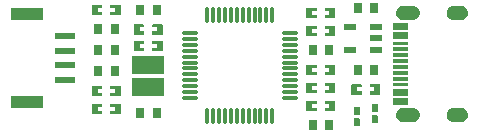
<source format=gtp>
G04 Layer: TopPasteMaskLayer*
G04 EasyEDA Pro v2.0.15, 2023-03-15 12:21:30*
G04 Gerber Generator version 0.3*
G04 Scale: 100 percent, Rotated: No, Reflected: No*
G04 Dimensions in millimeters*
G04 Leading zeros omitted, absolute positions, 3 integers and 3 decimals*
%FSLAX33Y33*%
%MOMM*%
%ADD10R,0.799998X0.899998*%
%ADD11R,0.799998X0.899998*%
%ADD12R,1.699997X0.599999*%
%ADD13R,2.699995X0.999998*%
%ADD14O,1.499997X0.270002*%
%ADD15O,0.270002X1.499997*%
%ADD16R,0.999998X0.599999*%
%ADD17R,2.7047X1.499997*%
%ADD18R,2.699995X1.499997*%
G75*


G04 PolygonModel Start*
G36*
G01X25452Y-22664D02*
G01X24652Y-22664D01*
G01X24602Y-22714D01*
G01Y-22942D01*
G01X24972D01*
G01Y-23272D01*
G01X24602D01*
G01Y-23514D01*
G01X24652Y-23564D01*
G01X25452D01*
G01X25502Y-23514D01*
G01Y-22714D01*
G01X25452Y-22664D01*
G37*
G36*
G01X23902Y-22714D02*
G01X23902Y-22942D01*
G01X23522D01*
G01Y-23272D01*
G01X23902D01*
G01Y-23514D01*
G01X23852Y-23564D01*
G01X23062D01*
G01X23012Y-23514D01*
G01Y-22714D01*
G01X23062Y-22664D01*
G01X23852D01*
G01X23902Y-22714D01*
G37*
G36*
G01X19506Y-21913D02*
G01X20306Y-21913D01*
G01X20356Y-21863D01*
G01Y-21635D01*
G01X19986D01*
G01Y-21305D01*
G01X20356D01*
G01Y-21063D01*
G01X20306Y-21013D01*
G01X19506D01*
G01X19456Y-21063D01*
G01Y-21863D01*
G01X19506Y-21913D01*
G37*
G36*
G01X21056Y-21863D02*
G01X21056Y-21635D01*
G01X21436D01*
G01Y-21305D01*
G01X21056D01*
G01Y-21063D01*
G01X21106Y-21013D01*
G01X21896D01*
G01X21946Y-21063D01*
G01Y-21863D01*
G01X21896Y-21913D01*
G01X21106D01*
G01X21056Y-21863D01*
G37*
G36*
G01X19506Y-28771D02*
G01X20306Y-28771D01*
G01X20356Y-28721D01*
G01Y-28493D01*
G01X19986D01*
G01Y-28163D01*
G01X20356D01*
G01Y-27921D01*
G01X20306Y-27871D01*
G01X19506D01*
G01X19456Y-27921D01*
G01Y-28721D01*
G01X19506Y-28771D01*
G37*
G36*
G01X21056Y-28721D02*
G01X21056Y-28493D01*
G01X21436D01*
G01Y-28163D01*
G01X21056D01*
G01Y-27921D01*
G01X21106Y-27871D01*
G01X21896D01*
G01X21946Y-27921D01*
G01Y-28721D01*
G01X21896Y-28771D01*
G01X21106D01*
G01X21056Y-28721D01*
G37*
G36*
G01X21896Y-29395D02*
G01X21096Y-29395D01*
G01X21046Y-29445D01*
G01Y-29673D01*
G01X21416D01*
G01Y-30003D01*
G01X21046D01*
G01Y-30245D01*
G01X21096Y-30295D01*
G01X21896D01*
G01X21946Y-30245D01*
G01Y-29445D01*
G01X21896Y-29395D01*
G37*
G36*
G01X20346Y-29445D02*
G01X20346Y-29673D01*
G01X19966D01*
G01Y-30003D01*
G01X20346D01*
G01Y-30245D01*
G01X20296Y-30295D01*
G01X19506D01*
G01X19456Y-30245D01*
G01Y-29445D01*
G01X19506Y-29395D01*
G01X20296D01*
G01X20346Y-29445D01*
G37*
G36*
G01X40057Y-22791D02*
G01X39257Y-22791D01*
G01X39207Y-22841D01*
G01Y-23069D01*
G01X39577D01*
G01Y-23399D01*
G01X39207D01*
G01Y-23641D01*
G01X39257Y-23691D01*
G01X40057D01*
G01X40107Y-23641D01*
G01Y-22841D01*
G01X40057Y-22791D01*
G37*
G36*
G01X38507Y-22841D02*
G01X38507Y-23069D01*
G01X38127D01*
G01Y-23399D01*
G01X38507D01*
G01Y-23641D01*
G01X38457Y-23691D01*
G01X37667D01*
G01X37617Y-23641D01*
G01Y-22841D01*
G01X37667Y-22791D01*
G01X38457D01*
G01X38507Y-22841D01*
G37*
G36*
G01X37667Y-30041D02*
G01X38467Y-30041D01*
G01X38517Y-29991D01*
G01Y-29763D01*
G01X38147D01*
G01Y-29433D01*
G01X38517D01*
G01Y-29191D01*
G01X38467Y-29141D01*
G01X37667D01*
G01X37617Y-29191D01*
G01Y-29991D01*
G01X37667Y-30041D01*
G37*
G36*
G01X39217Y-29991D02*
G01X39217Y-29763D01*
G01X39597D01*
G01Y-29433D01*
G01X39217D01*
G01Y-29191D01*
G01X39267Y-29141D01*
G01X40057D01*
G01X40107Y-29191D01*
G01Y-29991D01*
G01X40057Y-30041D01*
G01X39267D01*
G01X39217Y-29991D01*
G37*
G36*
G01X45243Y-30310D02*
G01X45241Y-30340D01*
G01Y-30370D01*
G01X45243Y-30400D01*
G01X45246Y-30430D01*
G01X45250Y-30459D01*
G01X45256Y-30489D01*
G01X45263Y-30518D01*
G01X45272Y-30546D01*
G01X45282Y-30574D01*
G01X45294Y-30602D01*
G01X45307Y-30629D01*
G01X45321Y-30655D01*
G01X45337Y-30681D01*
G01X45354Y-30705D01*
G01X45372Y-30729D01*
G01X45391Y-30752D01*
G01X45411Y-30774D01*
G01X45433Y-30795D01*
G01X45455Y-30815D01*
G01X45479Y-30833D01*
G01X45503Y-30851D01*
G01X45528Y-30867D01*
G01X45554Y-30882D01*
G01X45581Y-30896D01*
G01X45608Y-30908D01*
G01X45636Y-30919D01*
G01X45664Y-30928D01*
G01X45693Y-30936D01*
G01X45722Y-30943D01*
G01X45752Y-30948D01*
G01X45781Y-30952D01*
G01X45811Y-30954D01*
G01X45841Y-30955D01*
G01X46641D01*
G01X46671Y-30954D01*
G01X46701Y-30952D01*
G01X46730Y-30948D01*
G01X46760Y-30943D01*
G01X46789Y-30936D01*
G01X46818Y-30928D01*
G01X46846Y-30919D01*
G01X46874Y-30908D01*
G01X46901Y-30896D01*
G01X46928Y-30882D01*
G01X46954Y-30867D01*
G01X46979Y-30851D01*
G01X47003Y-30833D01*
G01X47027Y-30815D01*
G01X47049Y-30795D01*
G01X47070Y-30774D01*
G01X47091Y-30752D01*
G01X47110Y-30729D01*
G01X47128Y-30705D01*
G01X47145Y-30681D01*
G01X47161Y-30655D01*
G01X47175Y-30629D01*
G01X47188Y-30602D01*
G01X47199Y-30574D01*
G01X47210Y-30546D01*
G01X47219Y-30518D01*
G01X47226Y-30489D01*
G01X47232Y-30459D01*
G01X47236Y-30430D01*
G01X47239Y-30400D01*
G01X47241Y-30370D01*
G01Y-30340D01*
G01X47239Y-30310D01*
G01X47236Y-30280D01*
G01X47232Y-30251D01*
G01X47226Y-30222D01*
G01X47219Y-30193D01*
G01X47210Y-30164D01*
G01X47199Y-30136D01*
G01X47188Y-30108D01*
G01X47175Y-30081D01*
G01X47161Y-30055D01*
G01X47145Y-30030D01*
G01X47128Y-30005D01*
G01X47110Y-29981D01*
G01X47091Y-29958D01*
G01X47070Y-29936D01*
G01X47049Y-29915D01*
G01X47027Y-29895D01*
G01X47003Y-29877D01*
G01X46979Y-29859D01*
G01X46954Y-29843D01*
G01X46928Y-29828D01*
G01X46901Y-29814D01*
G01X46874Y-29802D01*
G01X46846Y-29791D01*
G01X46818Y-29782D01*
G01X46789Y-29774D01*
G01X46760Y-29767D01*
G01X46730Y-29762D01*
G01X46701Y-29758D01*
G01X46671Y-29756D01*
G01X46641Y-29755D01*
G01X45841D01*
G01X45811Y-29756D01*
G01X45781Y-29758D01*
G01X45752Y-29762D01*
G01X45722Y-29767D01*
G01X45693Y-29774D01*
G01X45664Y-29782D01*
G01X45636Y-29791D01*
G01X45608Y-29802D01*
G01X45581Y-29814D01*
G01X45554Y-29828D01*
G01X45528Y-29843D01*
G01X45503Y-29859D01*
G01X45479Y-29877D01*
G01X45455Y-29895D01*
G01X45433Y-29915D01*
G01X45411Y-29936D01*
G01X45391Y-29958D01*
G01X45372Y-29981D01*
G01X45354Y-30005D01*
G01X45337Y-30030D01*
G01X45321Y-30055D01*
G01X45307Y-30081D01*
G01X45294Y-30108D01*
G01X45282Y-30136D01*
G01X45272Y-30164D01*
G01X45263Y-30193D01*
G01X45256Y-30222D01*
G01X45250Y-30251D01*
G01X45246Y-30280D01*
G01X45243Y-30310D01*
G37*
G36*
G01X45243Y-21670D02*
G01X45241Y-21700D01*
G01Y-21730D01*
G01X45243Y-21760D01*
G01X45246Y-21790D01*
G01X45250Y-21819D01*
G01X45256Y-21848D01*
G01X45263Y-21877D01*
G01X45272Y-21906D01*
G01X45282Y-21934D01*
G01X45294Y-21962D01*
G01X45307Y-21989D01*
G01X45321Y-22015D01*
G01X45337Y-22040D01*
G01X45354Y-22065D01*
G01X45372Y-22089D01*
G01X45391Y-22112D01*
G01X45411Y-22134D01*
G01X45433Y-22155D01*
G01X45455Y-22175D01*
G01X45479Y-22193D01*
G01X45503Y-22211D01*
G01X45528Y-22227D01*
G01X45554Y-22242D01*
G01X45581Y-22256D01*
G01X45608Y-22268D01*
G01X45636Y-22279D01*
G01X45664Y-22288D01*
G01X45693Y-22296D01*
G01X45722Y-22303D01*
G01X45752Y-22308D01*
G01X45781Y-22312D01*
G01X45811Y-22314D01*
G01X45841Y-22315D01*
G01X46641D01*
G01X46671Y-22314D01*
G01X46701Y-22312D01*
G01X46730Y-22308D01*
G01X46760Y-22303D01*
G01X46789Y-22296D01*
G01X46818Y-22288D01*
G01X46846Y-22279D01*
G01X46874Y-22268D01*
G01X46901Y-22256D01*
G01X46928Y-22242D01*
G01X46954Y-22227D01*
G01X46979Y-22211D01*
G01X47003Y-22193D01*
G01X47027Y-22175D01*
G01X47049Y-22155D01*
G01X47070Y-22134D01*
G01X47091Y-22112D01*
G01X47110Y-22089D01*
G01X47128Y-22065D01*
G01X47145Y-22040D01*
G01X47161Y-22015D01*
G01X47175Y-21989D01*
G01X47188Y-21962D01*
G01X47199Y-21934D01*
G01X47210Y-21906D01*
G01X47219Y-21877D01*
G01X47226Y-21848D01*
G01X47232Y-21819D01*
G01X47236Y-21790D01*
G01X47239Y-21760D01*
G01X47241Y-21730D01*
G01Y-21700D01*
G01X47239Y-21670D01*
G01X47236Y-21640D01*
G01X47232Y-21611D01*
G01X47226Y-21581D01*
G01X47219Y-21552D01*
G01X47210Y-21524D01*
G01X47199Y-21496D01*
G01X47188Y-21468D01*
G01X47175Y-21441D01*
G01X47161Y-21415D01*
G01X47145Y-21389D01*
G01X47128Y-21365D01*
G01X47110Y-21341D01*
G01X47091Y-21318D01*
G01X47070Y-21296D01*
G01X47049Y-21275D01*
G01X47027Y-21255D01*
G01X47003Y-21237D01*
G01X46979Y-21219D01*
G01X46954Y-21203D01*
G01X46928Y-21188D01*
G01X46901Y-21174D01*
G01X46874Y-21162D01*
G01X46846Y-21151D01*
G01X46818Y-21142D01*
G01X46789Y-21134D01*
G01X46760Y-21127D01*
G01X46730Y-21122D01*
G01X46701Y-21118D01*
G01X46671Y-21116D01*
G01X46641Y-21115D01*
G01X45841D01*
G01X45811Y-21116D01*
G01X45781Y-21118D01*
G01X45752Y-21122D01*
G01X45722Y-21127D01*
G01X45693Y-21134D01*
G01X45664Y-21142D01*
G01X45636Y-21151D01*
G01X45608Y-21162D01*
G01X45581Y-21174D01*
G01X45554Y-21188D01*
G01X45528Y-21203D01*
G01X45503Y-21219D01*
G01X45479Y-21237D01*
G01X45455Y-21255D01*
G01X45433Y-21275D01*
G01X45411Y-21296D01*
G01X45391Y-21318D01*
G01X45372Y-21341D01*
G01X45354Y-21365D01*
G01X45337Y-21389D01*
G01X45321Y-21415D01*
G01X45307Y-21441D01*
G01X45294Y-21468D01*
G01X45282Y-21496D01*
G01X45272Y-21524D01*
G01X45263Y-21552D01*
G01X45256Y-21581D01*
G01X45250Y-21611D01*
G01X45246Y-21640D01*
G01X45243Y-21670D01*
G37*
G36*
G01X49523Y-30310D02*
G01X49521Y-30340D01*
G01Y-30370D01*
G01X49523Y-30400D01*
G01X49526Y-30430D01*
G01X49530Y-30459D01*
G01X49536Y-30489D01*
G01X49543Y-30518D01*
G01X49552Y-30546D01*
G01X49563Y-30574D01*
G01X49574Y-30602D01*
G01X49587Y-30629D01*
G01X49601Y-30655D01*
G01X49617Y-30681D01*
G01X49634Y-30705D01*
G01X49652Y-30729D01*
G01X49671Y-30752D01*
G01X49692Y-30774D01*
G01X49713Y-30795D01*
G01X49735Y-30815D01*
G01X49759Y-30833D01*
G01X49783Y-30851D01*
G01X49808Y-30867D01*
G01X49834Y-30882D01*
G01X49861Y-30896D01*
G01X49888Y-30908D01*
G01X49916Y-30919D01*
G01X49944Y-30928D01*
G01X49973Y-30936D01*
G01X50002Y-30943D01*
G01X50032Y-30948D01*
G01X50061Y-30952D01*
G01X50091Y-30954D01*
G01X50121Y-30955D01*
G01X50721D01*
G01X50751Y-30954D01*
G01X50781Y-30952D01*
G01X50810Y-30948D01*
G01X50840Y-30943D01*
G01X50869Y-30936D01*
G01X50898Y-30928D01*
G01X50926Y-30919D01*
G01X50954Y-30908D01*
G01X50981Y-30896D01*
G01X51008Y-30882D01*
G01X51034Y-30867D01*
G01X51059Y-30851D01*
G01X51083Y-30833D01*
G01X51107Y-30815D01*
G01X51129Y-30795D01*
G01X51151Y-30774D01*
G01X51171Y-30752D01*
G01X51190Y-30729D01*
G01X51208Y-30705D01*
G01X51225Y-30681D01*
G01X51241Y-30655D01*
G01X51255Y-30629D01*
G01X51268Y-30602D01*
G01X51280Y-30574D01*
G01X51290Y-30546D01*
G01X51299Y-30518D01*
G01X51306Y-30489D01*
G01X51312Y-30459D01*
G01X51316Y-30430D01*
G01X51319Y-30400D01*
G01X51321Y-30370D01*
G01Y-30340D01*
G01X51319Y-30310D01*
G01X51316Y-30280D01*
G01X51312Y-30251D01*
G01X51306Y-30222D01*
G01X51299Y-30193D01*
G01X51290Y-30164D01*
G01X51280Y-30136D01*
G01X51268Y-30108D01*
G01X51255Y-30081D01*
G01X51241Y-30055D01*
G01X51225Y-30030D01*
G01X51208Y-30005D01*
G01X51190Y-29981D01*
G01X51171Y-29958D01*
G01X51151Y-29936D01*
G01X51129Y-29915D01*
G01X51107Y-29895D01*
G01X51083Y-29877D01*
G01X51059Y-29859D01*
G01X51034Y-29843D01*
G01X51008Y-29828D01*
G01X50981Y-29814D01*
G01X50954Y-29802D01*
G01X50926Y-29791D01*
G01X50898Y-29782D01*
G01X50869Y-29774D01*
G01X50840Y-29767D01*
G01X50810Y-29762D01*
G01X50781Y-29758D01*
G01X50751Y-29756D01*
G01X50721Y-29755D01*
G01X50121D01*
G01X50091Y-29756D01*
G01X50061Y-29758D01*
G01X50032Y-29762D01*
G01X50002Y-29767D01*
G01X49973Y-29774D01*
G01X49944Y-29782D01*
G01X49916Y-29791D01*
G01X49888Y-29802D01*
G01X49861Y-29814D01*
G01X49834Y-29828D01*
G01X49808Y-29843D01*
G01X49783Y-29859D01*
G01X49759Y-29877D01*
G01X49735Y-29895D01*
G01X49713Y-29915D01*
G01X49692Y-29936D01*
G01X49671Y-29958D01*
G01X49652Y-29981D01*
G01X49634Y-30005D01*
G01X49617Y-30030D01*
G01X49601Y-30055D01*
G01X49587Y-30081D01*
G01X49574Y-30108D01*
G01X49563Y-30136D01*
G01X49552Y-30164D01*
G01X49543Y-30193D01*
G01X49536Y-30222D01*
G01X49530Y-30251D01*
G01X49526Y-30280D01*
G01X49523Y-30310D01*
G37*
G36*
G01X49523Y-21670D02*
G01X49521Y-21700D01*
G01Y-21730D01*
G01X49523Y-21760D01*
G01X49526Y-21790D01*
G01X49530Y-21819D01*
G01X49536Y-21848D01*
G01X49543Y-21877D01*
G01X49552Y-21906D01*
G01X49563Y-21934D01*
G01X49574Y-21962D01*
G01X49587Y-21989D01*
G01X49601Y-22015D01*
G01X49617Y-22040D01*
G01X49634Y-22065D01*
G01X49652Y-22089D01*
G01X49671Y-22112D01*
G01X49692Y-22134D01*
G01X49713Y-22155D01*
G01X49735Y-22175D01*
G01X49759Y-22193D01*
G01X49783Y-22211D01*
G01X49808Y-22227D01*
G01X49834Y-22242D01*
G01X49861Y-22256D01*
G01X49888Y-22268D01*
G01X49916Y-22279D01*
G01X49944Y-22288D01*
G01X49973Y-22296D01*
G01X50002Y-22303D01*
G01X50032Y-22308D01*
G01X50061Y-22312D01*
G01X50091Y-22314D01*
G01X50121Y-22315D01*
G01X50721D01*
G01X50751Y-22314D01*
G01X50781Y-22312D01*
G01X50810Y-22308D01*
G01X50840Y-22303D01*
G01X50869Y-22296D01*
G01X50898Y-22288D01*
G01X50926Y-22279D01*
G01X50954Y-22268D01*
G01X50981Y-22256D01*
G01X51008Y-22242D01*
G01X51034Y-22227D01*
G01X51059Y-22211D01*
G01X51083Y-22193D01*
G01X51107Y-22175D01*
G01X51129Y-22155D01*
G01X51151Y-22134D01*
G01X51171Y-22112D01*
G01X51190Y-22089D01*
G01X51208Y-22065D01*
G01X51225Y-22040D01*
G01X51241Y-22015D01*
G01X51255Y-21989D01*
G01X51268Y-21962D01*
G01X51280Y-21934D01*
G01X51290Y-21906D01*
G01X51299Y-21877D01*
G01X51306Y-21848D01*
G01X51312Y-21819D01*
G01X51316Y-21790D01*
G01X51319Y-21760D01*
G01X51321Y-21730D01*
G01Y-21700D01*
G01X51319Y-21670D01*
G01X51316Y-21640D01*
G01X51312Y-21611D01*
G01X51306Y-21581D01*
G01X51299Y-21552D01*
G01X51290Y-21524D01*
G01X51280Y-21496D01*
G01X51268Y-21468D01*
G01X51255Y-21441D01*
G01X51241Y-21415D01*
G01X51225Y-21389D01*
G01X51208Y-21365D01*
G01X51190Y-21341D01*
G01X51171Y-21318D01*
G01X51151Y-21296D01*
G01X51129Y-21275D01*
G01X51107Y-21255D01*
G01X51083Y-21237D01*
G01X51059Y-21219D01*
G01X51034Y-21203D01*
G01X51008Y-21188D01*
G01X50981Y-21174D01*
G01X50954Y-21162D01*
G01X50926Y-21151D01*
G01X50898Y-21142D01*
G01X50869Y-21134D01*
G01X50840Y-21127D01*
G01X50810Y-21122D01*
G01X50781Y-21118D01*
G01X50751Y-21116D01*
G01X50721Y-21115D01*
G01X50121D01*
G01X50091Y-21116D01*
G01X50061Y-21118D01*
G01X50032Y-21122D01*
G01X50002Y-21127D01*
G01X49973Y-21134D01*
G01X49944Y-21142D01*
G01X49916Y-21151D01*
G01X49888Y-21162D01*
G01X49861Y-21174D01*
G01X49834Y-21188D01*
G01X49808Y-21203D01*
G01X49783Y-21219D01*
G01X49759Y-21237D01*
G01X49735Y-21255D01*
G01X49713Y-21275D01*
G01X49692Y-21296D01*
G01X49671Y-21318D01*
G01X49652Y-21341D01*
G01X49634Y-21365D01*
G01X49617Y-21389D01*
G01X49601Y-21415D01*
G01X49587Y-21441D01*
G01X49574Y-21468D01*
G01X49563Y-21496D01*
G01X49552Y-21524D01*
G01X49543Y-21552D01*
G01X49536Y-21581D01*
G01X49530Y-21611D01*
G01X49526Y-21640D01*
G01X49523Y-21670D01*
G37*
G36*
G01X44941Y-29535D02*
G01X46241Y-29535D01*
G01Y-29235D01*
G01Y-28935D01*
G01X44941D01*
G01Y-29235D01*
G01Y-29535D01*
G37*
G36*
G01X46241Y-25635D02*
G01X44941Y-25635D01*
G01Y-25935D01*
G01X46241D01*
G01Y-25635D01*
G37*
G36*
G01X46241Y-26635D02*
G01X44941Y-26635D01*
G01Y-26935D01*
G01X46241D01*
G01Y-26635D01*
G37*
G36*
G01X46241Y-28135D02*
G01X44941Y-28135D01*
G01Y-28435D01*
G01Y-28735D01*
G01X46241D01*
G01Y-28435D01*
G01Y-28135D01*
G37*
G36*
G01X44941Y-27435D02*
G01X46241Y-27435D01*
G01Y-27135D01*
G01X44941D01*
G01Y-27435D01*
G37*
G36*
G01X46241Y-22535D02*
G01X44941Y-22535D01*
G01Y-22835D01*
G01Y-23135D01*
G01X46241D01*
G01Y-22835D01*
G01Y-22535D01*
G37*
G36*
G01X44941Y-26435D02*
G01X46241Y-26435D01*
G01Y-26135D01*
G01X44941D01*
G01Y-26435D01*
G37*
G36*
G01X46241Y-24135D02*
G01X44941Y-24135D01*
G01Y-24435D01*
G01X46241D01*
G01Y-24135D01*
G37*
G36*
G01X44941Y-25435D02*
G01X46241Y-25435D01*
G01Y-25135D01*
G01X44941D01*
G01Y-25435D01*
G37*
G36*
G01X46241Y-24635D02*
G01X44941Y-24635D01*
G01Y-24935D01*
G01X46241D01*
G01Y-24635D01*
G37*
G36*
G01X46241Y-27635D02*
G01X44941Y-27635D01*
G01Y-27935D01*
G01X46241D01*
G01Y-27635D01*
G37*
G36*
G01X46241Y-23335D02*
G01X44941Y-23335D01*
G01Y-23635D01*
G01Y-23935D01*
G01X46241D01*
G01Y-23635D01*
G01Y-23335D01*
G37*
G36*
G01X43664Y-30394D02*
G01X43204Y-30394D01*
G01X43164Y-30434D01*
G01Y-31012D01*
G01X43204Y-31052D01*
G01X43664D01*
G01X43704Y-31012D01*
G01Y-30434D01*
G01X43664Y-30394D01*
G37*
G36*
G01X43664Y-30058D02*
G01X43204Y-30058D01*
G01X43164Y-30018D01*
G01Y-29440D01*
G01X43204Y-29400D01*
G01X43664D01*
G01X43704Y-29440D01*
G01Y-30018D01*
G01X43664Y-30058D01*
G37*
G36*
G01X25452Y-24061D02*
G01X24652Y-24061D01*
G01X24602Y-24111D01*
G01Y-24339D01*
G01X24972D01*
G01Y-24669D01*
G01X24602D01*
G01Y-24911D01*
G01X24652Y-24961D01*
G01X25452D01*
G01X25502Y-24911D01*
G01Y-24111D01*
G01X25452Y-24061D01*
G37*
G36*
G01X23902Y-24111D02*
G01X23902Y-24339D01*
G01X23522D01*
G01Y-24669D01*
G01X23902D01*
G01Y-24911D01*
G01X23852Y-24961D01*
G01X23062D01*
G01X23012Y-24911D01*
G01Y-24111D01*
G01X23062Y-24061D01*
G01X23852D01*
G01X23902Y-24111D01*
G37*
G36*
G01X40057Y-26093D02*
G01X39257Y-26093D01*
G01X39207Y-26143D01*
G01Y-26371D01*
G01X39577D01*
G01Y-26701D01*
G01X39207D01*
G01Y-26943D01*
G01X39257Y-26993D01*
G01X40057D01*
G01X40107Y-26943D01*
G01Y-26143D01*
G01X40057Y-26093D01*
G37*
G36*
G01X38507Y-26143D02*
G01X38507Y-26371D01*
G01X38127D01*
G01Y-26701D01*
G01X38507D01*
G01Y-26943D01*
G01X38457Y-26993D01*
G01X37667D01*
G01X37617Y-26943D01*
G01Y-26143D01*
G01X37667Y-26093D01*
G01X38457D01*
G01X38507Y-26143D01*
G37*
G36*
G01X37667Y-22167D02*
G01X38467Y-22167D01*
G01X38517Y-22117D01*
G01Y-21889D01*
G01X38147D01*
G01Y-21559D01*
G01X38517D01*
G01Y-21317D01*
G01X38467Y-21267D01*
G01X37667D01*
G01X37617Y-21317D01*
G01Y-22117D01*
G01X37667Y-22167D01*
G37*
G36*
G01X39217Y-22117D02*
G01X39217Y-21889D01*
G01X39597D01*
G01Y-21559D01*
G01X39217D01*
G01Y-21317D01*
G01X39267Y-21267D01*
G01X40057D01*
G01X40107Y-21317D01*
G01Y-22117D01*
G01X40057Y-22167D01*
G01X39267D01*
G01X39217Y-22117D01*
G37*
G36*
G01X43867Y-27744D02*
G01X43067Y-27744D01*
G01X43017Y-27794D01*
G01Y-28022D01*
G01X43387D01*
G01Y-28352D01*
G01X43017D01*
G01Y-28594D01*
G01X43067Y-28644D01*
G01X43867D01*
G01X43917Y-28594D01*
G01Y-27794D01*
G01X43867Y-27744D01*
G37*
G36*
G01X42317Y-27794D02*
G01X42317Y-28022D01*
G01X41937D01*
G01Y-28352D01*
G01X42317D01*
G01Y-28594D01*
G01X42267Y-28644D01*
G01X41477D01*
G01X41427Y-28594D01*
G01Y-27794D01*
G01X41477Y-27744D01*
G01X42267D01*
G01X42317Y-27794D01*
G37*
G36*
G01X40057Y-27617D02*
G01X39257Y-27617D01*
G01X39207Y-27667D01*
G01Y-27895D01*
G01X39577D01*
G01Y-28225D01*
G01X39207D01*
G01Y-28467D01*
G01X39257Y-28517D01*
G01X40057D01*
G01X40107Y-28467D01*
G01Y-27667D01*
G01X40057Y-27617D01*
G37*
G36*
G01X38507Y-27667D02*
G01X38507Y-27895D01*
G01X38127D01*
G01Y-28225D01*
G01X38507D01*
G01Y-28467D01*
G01X38457Y-28517D01*
G01X37667D01*
G01X37617Y-28467D01*
G01Y-27667D01*
G01X37667Y-27617D01*
G01X38457D01*
G01X38507Y-27667D01*
G37*
G36*
G01X41680Y-30312D02*
G01X42140Y-30312D01*
G01X42180Y-30272D01*
G01Y-29694D01*
G01X42140Y-29654D01*
G01X41680D01*
G01X41640Y-29694D01*
G01Y-30272D01*
G01X41680Y-30312D01*
G37*
G36*
G01X41680Y-30648D02*
G01X42140Y-30648D01*
G01X42180Y-30688D01*
G01Y-31266D01*
G01X42140Y-31306D01*
G01X41680D01*
G01X41640Y-31266D01*
G01Y-30688D01*
G01X41680Y-30648D01*
G37*
G04 PolygonModel End*

G04 Pad Start*
G54D10*
G01X21401Y-24892D03*
G01X20001Y-24892D03*
G01X21401Y-26670D03*
G01X20001Y-26670D03*
G01X21401Y-23114D03*
G01X20001Y-23114D03*
G01X24957Y-21463D03*
G01X23557Y-21463D03*
G54D11*
G01X38162Y-24892D03*
G01X39562Y-24892D03*
G54D10*
G01X24957Y-30226D03*
G01X23557Y-30226D03*
G54D11*
G01X38162Y-31242D03*
G01X39562Y-31242D03*
G54D12*
G01X17222Y-27402D03*
G01X17222Y-26152D03*
G01X17222Y-24902D03*
G01X17222Y-23652D03*
G54D13*
G01X14020Y-29252D03*
G01X14020Y-21802D03*
G54D14*
G01X27754Y-23412D03*
G01X27754Y-23912D03*
G01X27754Y-24412D03*
G01X27754Y-24912D03*
G01X27754Y-25412D03*
G01X27754Y-25912D03*
G01X27754Y-26412D03*
G01X27754Y-26912D03*
G01X27754Y-27412D03*
G01X27754Y-27912D03*
G01X27754Y-28412D03*
G01X27754Y-28912D03*
G54D15*
G01X29254Y-30412D03*
G01X29754Y-30412D03*
G01X30254Y-30412D03*
G01X30754Y-30412D03*
G01X31254Y-30412D03*
G01X31754Y-30412D03*
G01X32254Y-30412D03*
G01X32754Y-30412D03*
G01X33254Y-30412D03*
G01X33754Y-30412D03*
G01X34254Y-30412D03*
G01X34754Y-30412D03*
G54D14*
G01X36254Y-28912D03*
G01X36254Y-28412D03*
G01X36254Y-27912D03*
G01X36254Y-27412D03*
G01X36254Y-26912D03*
G01X36254Y-26412D03*
G01X36254Y-25912D03*
G01X36254Y-25412D03*
G01X36254Y-24912D03*
G01X36254Y-24412D03*
G01X36254Y-23912D03*
G01X36254Y-23412D03*
G54D15*
G01X34754Y-21912D03*
G01X34254Y-21912D03*
G01X33754Y-21912D03*
G01X33254Y-21912D03*
G01X32754Y-21912D03*
G01X32254Y-21912D03*
G01X31754Y-21912D03*
G01X31254Y-21912D03*
G01X30754Y-21912D03*
G01X30254Y-21912D03*
G01X29754Y-21912D03*
G01X29254Y-21912D03*
G54D11*
G01X41972Y-26543D03*
G01X43372Y-26543D03*
G54D10*
G01X43372Y-21336D03*
G01X41972Y-21336D03*
G54D16*
G01X43518Y-23876D03*
G01X43518Y-22926D03*
G01X43518Y-24826D03*
G01X41318Y-22926D03*
G01X41318Y-24826D03*
G54D18*
G01X24257Y-28001D03*
G01X24257Y-26101D03*
G04 Pad End*

M02*

</source>
